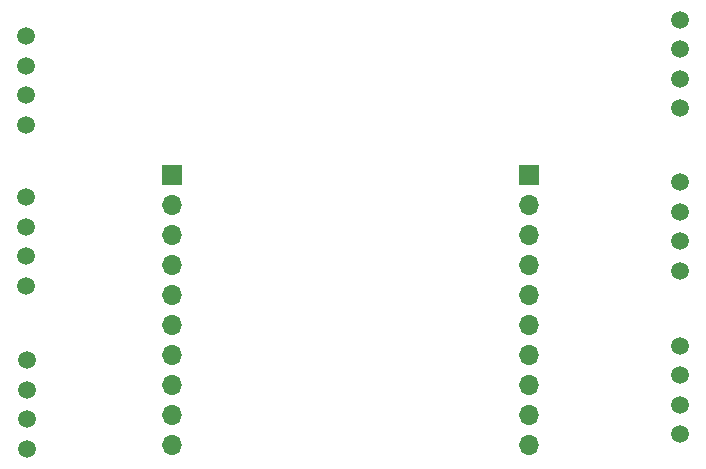
<source format=gbr>
%TF.GenerationSoftware,KiCad,Pcbnew,7.0.2*%
%TF.CreationDate,2024-03-21T19:14:15+01:00*%
%TF.ProjectId,Support_TTGO,53757070-6f72-4745-9f54-54474f2e6b69,rev?*%
%TF.SameCoordinates,Original*%
%TF.FileFunction,Soldermask,Top*%
%TF.FilePolarity,Negative*%
%FSLAX46Y46*%
G04 Gerber Fmt 4.6, Leading zero omitted, Abs format (unit mm)*
G04 Created by KiCad (PCBNEW 7.0.2) date 2024-03-21 19:14:15*
%MOMM*%
%LPD*%
G01*
G04 APERTURE LIST*
%ADD10C,1.500000*%
%ADD11R,1.700000X1.700000*%
%ADD12O,1.700000X1.700000*%
G04 APERTURE END LIST*
D10*
%TO.C,J3*%
X168320000Y-105460000D03*
X168320000Y-102960000D03*
X168320000Y-100460000D03*
X168320000Y-97960000D03*
%TD*%
D11*
%TO.C,J1*%
X125300000Y-83500000D03*
D12*
X125300000Y-86040000D03*
X125300000Y-88580000D03*
X125300000Y-91120000D03*
X125300000Y-93660000D03*
X125300000Y-96200000D03*
X125300000Y-98740000D03*
X125300000Y-101280000D03*
X125300000Y-103820000D03*
X125300000Y-106360000D03*
%TD*%
%TO.C, *%
X155500000Y-106360000D03*
X155500000Y-103820000D03*
X155500000Y-101280000D03*
X155500000Y-98740000D03*
X155500000Y-96200000D03*
X155500000Y-93660000D03*
X155500000Y-91120000D03*
X155500000Y-88580000D03*
X155500000Y-86040000D03*
D11*
X155500000Y-83500000D03*
%TD*%
D10*
%TO.C,J8*%
X168240000Y-77860000D03*
X168240000Y-75360000D03*
X168240000Y-72860000D03*
X168240000Y-70360000D03*
%TD*%
%TO.C,J7*%
X112880000Y-71760000D03*
X112880000Y-74260000D03*
X112880000Y-76760000D03*
X112880000Y-79260000D03*
%TD*%
%TO.C,J4*%
X168300000Y-91610000D03*
X168300000Y-89110000D03*
X168300000Y-86610000D03*
X168300000Y-84110000D03*
%TD*%
%TO.C,J6*%
X112920000Y-85400000D03*
X112920000Y-87900000D03*
X112920000Y-90400000D03*
X112920000Y-92900000D03*
%TD*%
%TO.C,J5*%
X112990000Y-99210000D03*
X112990000Y-101710000D03*
X112990000Y-104210000D03*
X112990000Y-106710000D03*
%TD*%
M02*

</source>
